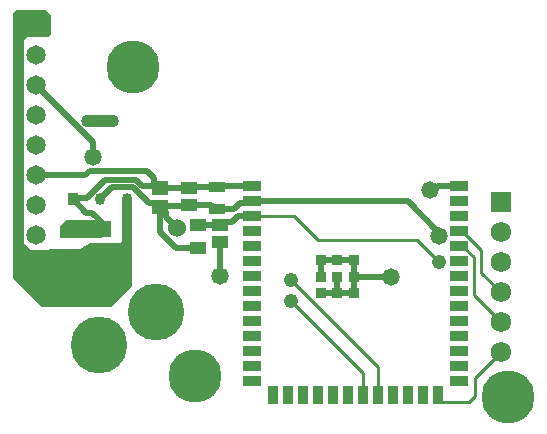
<source format=gtl>
G04*
G04 #@! TF.GenerationSoftware,Altium Limited,Altium Designer,23.4.1 (23)*
G04*
G04 Layer_Physical_Order=1*
G04 Layer_Color=255*
%FSLAX44Y44*%
%MOMM*%
G71*
G04*
G04 #@! TF.SameCoordinates,5B4701A4-F384-41A6-9C88-78B9FC1DD21D*
G04*
G04*
G04 #@! TF.FilePolarity,Positive*
G04*
G01*
G75*
%ADD14R,0.9000X1.5000*%
%ADD15R,1.5000X0.9000*%
%ADD16R,0.9000X0.9000*%
G04:AMPARAMS|DCode=17|XSize=1.0043mm|YSize=3.1821mm|CornerRadius=0.4369mm|HoleSize=0mm|Usage=FLASHONLY|Rotation=90.000|XOffset=0mm|YOffset=0mm|HoleType=Round|Shape=RoundedRectangle|*
%AMROUNDEDRECTD17*
21,1,1.0043,2.3084,0,0,90.0*
21,1,0.1306,3.1821,0,0,90.0*
1,1,0.8737,1.1542,0.0653*
1,1,0.8737,1.1542,-0.0653*
1,1,0.8737,-1.1542,-0.0653*
1,1,0.8737,-1.1542,0.0653*
%
%ADD17ROUNDEDRECTD17*%
G04:AMPARAMS|DCode=18|XSize=1.0043mm|YSize=0.8721mm|CornerRadius=0.4361mm|HoleSize=0mm|Usage=FLASHONLY|Rotation=90.000|XOffset=0mm|YOffset=0mm|HoleType=Round|Shape=RoundedRectangle|*
%AMROUNDEDRECTD18*
21,1,1.0043,0.0000,0,0,90.0*
21,1,0.1322,0.8721,0,0,90.0*
1,1,0.8721,0.0000,0.0661*
1,1,0.8721,0.0000,-0.0661*
1,1,0.8721,0.0000,-0.0661*
1,1,0.8721,0.0000,0.0661*
%
%ADD18ROUNDEDRECTD18*%
%ADD19R,0.8721X1.0043*%
%ADD20R,1.4562X1.2546*%
%ADD21R,0.9500X1.4000*%
%ADD22R,1.4000X0.9500*%
%ADD23R,1.3562X1.0546*%
%ADD24R,1.4000X1.0000*%
%ADD25R,1.3500X1.1000*%
%ADD40C,0.2540*%
%ADD41C,0.5080*%
%ADD42C,4.5000*%
%ADD43R,1.7250X1.7250*%
%ADD44C,1.7250*%
%ADD45C,4.8000*%
%ADD46C,1.5240*%
%ADD47R,1.6500X1.6500*%
%ADD48C,1.6500*%
%ADD49C,1.4732*%
%ADD50C,1.2192*%
G36*
X674370Y406400D02*
X638810D01*
Y416560D01*
X643890Y421640D01*
X674370Y421640D01*
Y406400D01*
D02*
G37*
G36*
X631190Y595630D02*
Y579120D01*
X628650Y576580D01*
X610870D01*
X608330Y574040D01*
Y402590D01*
X614468Y396452D01*
X645160Y397510D01*
X656103D01*
X664210Y402621D01*
X690911Y402621D01*
X692012Y403722D01*
Y439341D01*
X699662Y439526D01*
X699770Y439421D01*
X699770Y397510D01*
X699770D01*
Y383278D01*
Y367061D01*
X699770Y367061D01*
Y365760D01*
X681990Y347980D01*
X623570D01*
X599440Y372110D01*
X599440Y596900D01*
X601980Y599440D01*
X627380D01*
X631190Y595630D01*
D02*
G37*
D14*
X870080Y273250D02*
D03*
X882780D02*
D03*
X895480D02*
D03*
X908180D02*
D03*
X819280D02*
D03*
X831980D02*
D03*
X844680D02*
D03*
X857380D02*
D03*
X920880D02*
D03*
X933580D02*
D03*
X946280D02*
D03*
X958980D02*
D03*
D15*
X801630Y412750D02*
D03*
X976630Y425450D02*
D03*
X801630Y450850D02*
D03*
Y438150D02*
D03*
Y425450D02*
D03*
Y400050D02*
D03*
Y387350D02*
D03*
Y374650D02*
D03*
Y361950D02*
D03*
Y349250D02*
D03*
Y336550D02*
D03*
Y323850D02*
D03*
Y311150D02*
D03*
Y298450D02*
D03*
Y285750D02*
D03*
X976630D02*
D03*
Y298450D02*
D03*
Y311150D02*
D03*
Y323850D02*
D03*
Y336550D02*
D03*
Y349250D02*
D03*
Y361950D02*
D03*
Y374650D02*
D03*
Y387350D02*
D03*
Y400050D02*
D03*
Y412750D02*
D03*
Y438150D02*
D03*
Y450850D02*
D03*
D16*
X874130Y373650D02*
D03*
Y387650D02*
D03*
X860130D02*
D03*
Y373650D02*
D03*
Y359650D02*
D03*
X874130D02*
D03*
X888130D02*
D03*
Y373650D02*
D03*
Y387650D02*
D03*
D17*
X673127Y505307D02*
D03*
D18*
X696027Y439407D02*
D03*
X673127D02*
D03*
D19*
X650227D02*
D03*
D20*
X723900Y448948D02*
D03*
Y432432D02*
D03*
D21*
X677820Y414020D02*
D03*
X696320D02*
D03*
D22*
X772160Y449940D02*
D03*
Y431440D02*
D03*
D23*
X748030Y449218D02*
D03*
Y434702D02*
D03*
D24*
X755650Y398170D02*
D03*
Y417170D02*
D03*
D25*
X774700Y417210D02*
D03*
Y403210D02*
D03*
D40*
X985520Y267970D02*
X990600Y273050D01*
X958980Y271200D02*
Y273250D01*
Y271200D02*
X962210Y267970D01*
X985520D01*
X990600Y273050D02*
Y288290D01*
X1012190Y309880D01*
X857584Y405130D02*
X941070D01*
X960120Y386080D01*
X895480Y273250D02*
Y291970D01*
X834390Y353060D02*
X895480Y291970D01*
X834390Y370840D02*
X908180Y297050D01*
Y273250D02*
Y297050D01*
X989330Y358140D02*
Y390350D01*
Y358140D02*
X1012190Y335280D01*
X995680Y377190D02*
Y396700D01*
Y377190D02*
X1012190Y360680D01*
X837264Y425450D02*
X857584Y405130D01*
X801630Y425450D02*
X837264D01*
X979630Y412750D02*
X995680Y396700D01*
X979630Y400050D02*
X989330Y390350D01*
X976630Y400050D02*
X979630D01*
X976630Y412750D02*
X979630D01*
D41*
X933450Y438150D02*
X960494Y411106D01*
Y408531D02*
Y411106D01*
X958922Y450850D02*
X976630D01*
X955112Y447040D02*
X958922Y450850D01*
X952500Y447040D02*
X955112D01*
X662940Y414020D02*
X677820D01*
X801630Y438150D02*
X933450D01*
X666750Y474980D02*
Y487680D01*
X618490Y535940D02*
X666750Y487680D01*
X660490Y459740D02*
X664300Y463550D01*
X712470D02*
X719159Y456861D01*
X664300Y463550D02*
X712470D01*
X719159Y452681D02*
X722126Y449714D01*
X719159Y452681D02*
Y456861D01*
X723900Y451488D02*
X726440D01*
X723900Y448948D02*
X724666Y449714D01*
X726440Y451488D01*
Y449083D02*
X747895D01*
X708999Y450601D02*
X719159D01*
X651524Y437450D02*
Y440704D01*
X618490Y459740D02*
X660490D01*
X703670Y455930D02*
X708999Y450601D01*
X651524Y440704D02*
X662208D01*
X677820Y414020D02*
Y416270D01*
X666387Y427703D02*
X677820Y416270D01*
X661271Y427703D02*
X666387D01*
X651524Y437450D02*
X661271Y427703D01*
X723900Y429260D02*
X728080D01*
X662208Y440704D02*
X677434Y455930D01*
X703670D01*
X723900Y411480D02*
Y429260D01*
Y432432D01*
X728080Y429260D02*
X728641Y428699D01*
Y424519D02*
Y428699D01*
Y424519D02*
X737870Y415290D01*
X737210Y398170D02*
X755650D01*
X723900Y411480D02*
X737210Y398170D01*
X774700Y374650D02*
Y403210D01*
X673127Y439466D02*
X683241Y449580D01*
X701040D02*
X714455Y436165D01*
X683241Y449580D02*
X701040D01*
X673127Y439407D02*
Y439466D01*
X714455Y436165D02*
X720167D01*
X723900Y432432D01*
X874130Y359650D02*
Y373650D01*
X860130D02*
Y387650D01*
X874130Y359650D02*
X888130D01*
X860130D02*
X874130D01*
X888130D02*
Y373650D01*
X874130Y387650D02*
X888130D01*
X860130D02*
X874130D01*
X888130Y373650D02*
Y387650D01*
Y373650D02*
X888265Y373515D01*
X919345D01*
X919480Y373380D01*
X772160Y449940D02*
X772615Y450395D01*
X801175D01*
X801630Y450850D01*
X748030Y449218D02*
X748391Y449579D01*
X771799D01*
X772160Y449940D01*
X747895Y449083D02*
X748030Y449218D01*
X772160Y431440D02*
X786780D01*
X791530Y436190D01*
X799670D01*
X801630Y438150D01*
X748030Y434702D02*
X766648D01*
X769910Y431440D01*
X772160D01*
X723900Y432432D02*
X725035Y433567D01*
X746895D01*
X748030Y434702D01*
X777633Y420143D02*
X784633D01*
X774700Y417210D02*
X777633Y420143D01*
X784633D02*
X789486Y424996D01*
X801176D02*
X801630Y425450D01*
X789486Y424996D02*
X801176D01*
X755650Y417170D02*
X755670Y417190D01*
X774680D01*
D42*
X1018540Y271780D02*
D03*
X701040Y551180D02*
D03*
X753110Y289560D02*
D03*
D43*
X1012190Y436880D02*
D03*
D44*
Y411480D02*
D03*
Y386080D02*
D03*
Y360680D02*
D03*
Y335280D02*
D03*
Y309880D02*
D03*
D45*
X720090Y344170D02*
D03*
X672090Y316170D02*
D03*
Y374170D02*
D03*
D46*
X737870Y415290D02*
D03*
D47*
X618490Y586740D02*
D03*
D48*
Y561340D02*
D03*
Y535940D02*
D03*
Y510540D02*
D03*
Y485140D02*
D03*
Y459740D02*
D03*
Y434340D02*
D03*
Y408940D02*
D03*
D49*
X647700Y414020D02*
D03*
X960494Y408531D02*
D03*
X952500Y447040D02*
D03*
X662940Y414020D02*
D03*
X666750Y474980D02*
D03*
X774700Y374650D02*
D03*
X919480Y373380D02*
D03*
D50*
X960120Y386080D02*
D03*
X834390Y353060D02*
D03*
Y370840D02*
D03*
M02*

</source>
